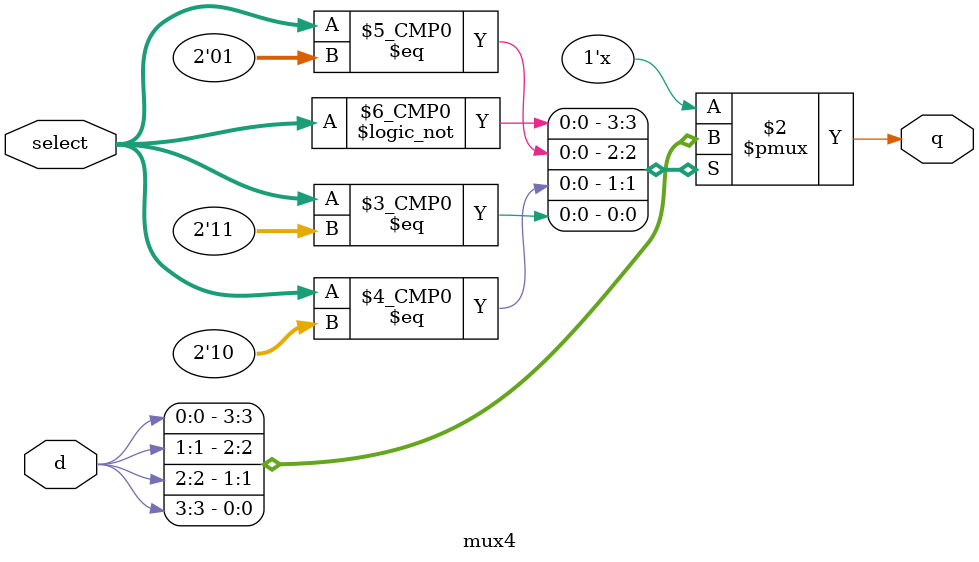
<source format=v>
module mux4( select, d, q );

input[1:0] select;
input[3:0] d;
output     q;

reg       q;
wire[1:0] select;
wire[3:0] d;

always @( select or d )
begin
   case( select )
       0 : q = d[0];
       1 : q = d[1];
       2 : q = d[2];
       3 : q = d[3];
   endcase
end

endmodule
</source>
